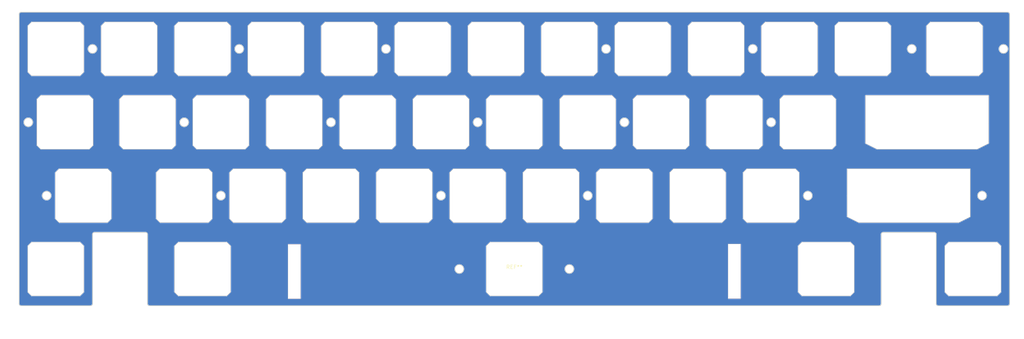
<source format=kicad_pcb>
(kicad_pcb (version 20221018) (generator pcbnew)
  (layers (0 "F.Cu" signal) (31 "B.Cu" signal) (34 "B.Paste" user) (35 "F.Paste" user) (36 "B.SilkS" user "B.Silkscreen") (37 "F.SilkS" user "F.Silkscreen") (38 "B.Mask" user) (39 "F.Mask" user) (44 "Edge.Cuts" user))
  (net 0 "")
  (net 1 "GND")
  (footprint "cipulot_parts:ecs_plate_cut_1U" (layer "F.Cu") (at 26.9875 91.28125)
    (fp_text reference "REF**")
    (fp_text value "Value " hide)
    (fp_line (start -7.3 -6) (end -7.3 6) (stroke (width 0.12)) (layer "Edge.Cuts"))
    (fp_line (start -7.3 6) (end -6.3 7) (stroke (width 0.12)) (layer "Edge.Cuts"))
    (fp_line (start -6.3 -7) (end -7.3 -6) (stroke (width 0.12)) (layer "Edge.Cuts"))
    (fp_line (start -6.3 7) (end 6.3 7) (stroke (width 0.12)) (layer "Edge.Cuts"))
    (fp_line (start 6.3 -7) (end -6.3 -7) (stroke (width 0.12)) (layer "Edge.Cuts"))
    (fp_line (start 6.3 -7) (end 7.3 -6) (stroke (width 0.12)) (layer "Edge.Cuts"))
    (fp_line (start 6.3 7) (end 7.3 6) (stroke (width 0.12)) (layer "Edge.Cuts"))
    (fp_line (start 7.3 6) (end 7.3 -6) (stroke (width 0.12)) (layer "Edge.Cuts"))
  )
  (footprint "cipulot_parts:ecs_plate_cut_1U" (layer "F.Cu") (at 136.525 72.23125)
    (fp_text reference "REF**")
    (fp_text value "Value " hide)
    (fp_line (start -7.3 -6) (end -7.3 6) (stroke (width 0.12)) (layer "Edge.Cuts"))
    (fp_line (start -7.3 6) (end -6.3 7) (stroke (width 0.12)) (layer "Edge.Cuts"))
    (fp_line (start -6.3 -7) (end -7.3 -6) (stroke (width 0.12)) (layer "Edge.Cuts"))
    (fp_line (start -6.3 7) (end 6.3 7) (stroke (width 0.12)) (layer "Edge.Cuts"))
    (fp_line (start 6.3 -7) (end -6.3 -7) (stroke (width 0.12)) (layer "Edge.Cuts"))
    (fp_line (start 6.3 -7) (end 7.3 -6) (stroke (width 0.12)) (layer "Edge.Cuts"))
    (fp_line (start 6.3 7) (end 7.3 6) (stroke (width 0.12)) (layer "Edge.Cuts"))
    (fp_line (start 7.3 6) (end 7.3 -6) (stroke (width 0.12)) (layer "Edge.Cuts"))
  )
  (footprint "cipulot_parts:ecs_plate_cut_1U" (layer "F.Cu") (at 146.05 53.18125)
    (fp_text reference "REF**")
    (fp_text value "Value " hide)
    (fp_line (start -7.3 -6) (end -7.3 6) (stroke (width 0.12)) (layer "Edge.Cuts"))
    (fp_line (start -7.3 6) (end -6.3 7) (stroke (width 0.12)) (layer "Edge.Cuts"))
    (fp_line (start -6.3 -7) (end -7.3 -6) (stroke (width 0.12)) (layer "Edge.Cuts"))
    (fp_line (start -6.3 7) (end 6.3 7) (stroke (width 0.12)) (layer "Edge.Cuts"))
    (fp_line (start 6.3 -7) (end -6.3 -7) (stroke (width 0.12)) (layer "Edge.Cuts"))
    (fp_line (start 6.3 -7) (end 7.3 -6) (stroke (width 0.12)) (layer "Edge.Cuts"))
    (fp_line (start 6.3 7) (end 7.3 6) (stroke (width 0.12)) (layer "Edge.Cuts"))
    (fp_line (start 7.3 6) (end 7.3 -6) (stroke (width 0.12)) (layer "Edge.Cuts"))
  )
  (footprint "cipulot_parts:ecs_plate_cut_1U" (layer "F.Cu") (at 46.0375 34.13125)
    (fp_text reference "REF**")
    (fp_text value "Value " hide)
    (fp_line (start -7.3 -6) (end -7.3 6) (stroke (width 0.12)) (layer "Edge.Cuts"))
    (fp_line (start -7.3 6) (end -6.3 7) (stroke (width 0.12)) (layer "Edge.Cuts"))
    (fp_line (start -6.3 -7) (end -7.3 -6) (stroke (width 0.12)) (layer "Edge.Cuts"))
    (fp_line (start -6.3 7) (end 6.3 7) (stroke (width 0.12)) (layer "Edge.Cuts"))
    (fp_line (start 6.3 -7) (end -6.3 -7) (stroke (width 0.12)) (layer "Edge.Cuts"))
    (fp_line (start 6.3 -7) (end 7.3 -6) (stroke (width 0.12)) (layer "Edge.Cuts"))
    (fp_line (start 6.3 7) (end 7.3 6) (stroke (width 0.12)) (layer "Edge.Cuts"))
    (fp_line (start 7.3 6) (end 7.3 -6) (stroke (width 0.12)) (layer "Edge.Cuts"))
  )
  (footprint "cipulot_parts:ecs_plate_cut_1U" (layer "F.Cu") (at 146.05 91.28125)
    (fp_text reference "REF**")
    (fp_text value "Value " hide)
    (fp_line (start -7.3 -6) (end -7.3 6) (stroke (width 0.12)) (layer "Edge.Cuts"))
    (fp_line (start -7.3 6) (end -6.3 7) (stroke (width 0.12)) (layer "Edge.Cuts"))
    (fp_line (start -6.3 -7) (end -7.3 -6) (stroke (width 0.12)) (layer "Edge.Cuts"))
    (fp_line (start -6.3 7) (end 6.3 7) (stroke (width 0.12)) (layer "Edge.Cuts"))
    (fp_line (start 6.3 -7) (end -6.3 -7) (stroke (width 0.12)) (layer "Edge.Cuts"))
    (fp_line (start 6.3 -7) (end 7.3 -6) (stroke (width 0.12)) (layer "Edge.Cuts"))
    (fp_line (start 6.3 7) (end 7.3 6) (stroke (width 0.12)) (layer "Edge.Cuts"))
    (fp_line (start 7.3 6) (end 7.3 -6) (stroke (width 0.12)) (layer "Edge.Cuts"))
  )
  (footprint "cipulot_parts:ecs_plate_cut_1U" (layer "F.Cu") (at 79.375 72.23125)
    (fp_text reference "REF**")
    (fp_text value "Value " hide)
    (fp_line (start -7.3 -6) (end -7.3 6) (stroke (width 0.12)) (layer "Edge.Cuts"))
    (fp_line (start -7.3 6) (end -6.3 7) (stroke (width 0.12)) (layer "Edge.Cuts"))
    (fp_line (start -6.3 -7) (end -7.3 -6) (stroke (width 0.12)) (layer "Edge.Cuts"))
    (fp_line (start -6.3 7) (end 6.3 7) (stroke (width 0.12)) (layer "Edge.Cuts"))
    (fp_line (start 6.3 -7) (end -6.3 -7) (stroke (width 0.12)) (layer "Edge.Cuts"))
    (fp_line (start 6.3 -7) (end 7.3 -6) (stroke (width 0.12)) (layer "Edge.Cuts"))
    (fp_line (start 6.3 7) (end 7.3 6) (stroke (width 0.12)) (layer "Edge.Cuts"))
    (fp_line (start 7.3 6) (end 7.3 -6) (stroke (width 0.12)) (layer "Edge.Cuts"))
  )
  (footprint "cipulot_parts:ecs_plate_cut_1U" (layer "F.Cu") (at 88.9 53.18125)
    (fp_text reference "REF**")
    (fp_text value "Value " hide)
    (fp_line (start -7.3 -6) (end -7.3 6) (stroke (width 0.12)) (layer "Edge.Cuts"))
    (fp_line (start -7.3 6) (end -6.3 7) (stroke (width 0.12)) (layer "Edge.Cuts"))
    (fp_line (start -6.3 -7) (end -7.3 -6) (stroke (width 0.12)) (layer "Edge.Cuts"))
    (fp_line (start -6.3 7) (end 6.3 7) (stroke (width 0.12)) (layer "Edge.Cuts"))
    (fp_line (start 6.3 -7) (end -6.3 -7) (stroke (width 0.12)) (layer "Edge.Cuts"))
    (fp_line (start 6.3 -7) (end 7.3 -6) (stroke (width 0.12)) (layer "Edge.Cuts"))
    (fp_line (start 6.3 7) (end 7.3 6) (stroke (width 0.12)) (layer "Edge.Cuts"))
    (fp_line (start 7.3 6) (end 7.3 -6) (stroke (width 0.12)) (layer "Edge.Cuts"))
  )
  (footprint "cipulot_parts:ecs_plate_cut_1U" (layer "F.Cu") (at 260.35 34.13125)
    (fp_text reference "REF**")
    (fp_text value "Value " hide)
    (fp_line (start -7.3 -6) (end -7.3 6) (stroke (width 0.12)) (layer "Edge.Cuts"))
    (fp_line (start -7.3 6) (end -6.3 7) (stroke (width 0.12)) (layer "Edge.Cuts"))
    (fp_line (start -6.3 -7) (end -7.3 -6) (stroke (width 0.12)) (layer "Edge.Cuts"))
    (fp_line (start -6.3 7) (end 6.3 7) (stroke (width 0.12)) (layer "Edge.Cuts"))
    (fp_line (start 6.3 -7) (end -6.3 -7) (stroke (width 0.12)) (layer "Edge.Cuts"))
    (fp_line (start 6.3 -7) (end 7.3 -6) (stroke (width 0.12)) (layer "Edge.Cuts"))
    (fp_line (start 6.3 7) (end 7.3 6) (stroke (width 0.12)) (layer "Edge.Cuts"))
    (fp_line (start 7.3 6) (end 7.3 -6) (stroke (width 0.12)) (layer "Edge.Cuts"))
  )
  (footprint "cipulot_parts:ecs_plate_cut_1U" (layer "F.Cu") (at 127 53.18125)
    (fp_text reference "REF**")
    (fp_text value "Value " hide)
    (fp_line (start -7.3 -6) (end -7.3 6) (stroke (width 0.12)) (layer "Edge.Cuts"))
    (fp_line (start -7.3 6) (end -6.3 7) (stroke (width 0.12)) (layer "Edge.Cuts"))
    (fp_line (start -6.3 -7) (end -7.3 -6) (stroke (width 0.12)) (layer "Edge.Cuts"))
    (fp_line (start -6.3 7) (end 6.3 7) (stroke (width 0.12)) (layer "Edge.Cuts"))
    (fp_line (start 6.3 -7) (end -6.3 -7) (stroke (width 0.12)) (layer "Edge.Cuts"))
    (fp_line (start 6.3 -7) (end 7.3 -6) (stroke (width 0.12)) (layer "Edge.Cuts"))
    (fp_line (start 6.3 7) (end 7.3 6) (stroke (width 0.12)) (layer "Edge.Cuts"))
    (fp_line (start 7.3 6) (end 7.3 -6) (stroke (width 0.12)) (layer "Edge.Cuts"))
  )
  (footprint "cipulot_parts:ecs_plate_cut_1U" (layer "F.Cu") (at 198.4375 34.13125)
    (fp_text reference "REF**")
    (fp_text value "Value " hide)
    (fp_line (start -7.3 -6) (end -7.3 6) (stroke (width 0.12)) (layer "Edge.Cuts"))
    (fp_line (start -7.3 6) (end -6.3 7) (stroke (width 0.12)) (layer "Edge.Cuts"))
    (fp_line (start -6.3 -7) (end -7.3 -6) (stroke (width 0.12)) (layer "Edge.Cuts"))
    (fp_line (start -6.3 7) (end 6.3 7) (stroke (width 0.12)) (layer "Edge.Cuts"))
    (fp_line (start 6.3 -7) (end -6.3 -7) (stroke (width 0.12)) (layer "Edge.Cuts"))
    (fp_line (start 6.3 -7) (end 7.3 -6) (stroke (width 0.12)) (layer "Edge.Cuts"))
    (fp_line (start 6.3 7) (end 7.3 6) (stroke (width 0.12)) (layer "Edge.Cuts"))
    (fp_line (start 7.3 6) (end 7.3 -6) (stroke (width 0.12)) (layer "Edge.Cuts"))
  )
  (footprint "cipulot_parts:ecs_plate_cut_1U" (layer "F.Cu") (at 203.2 53.18125)
    (fp_text reference "REF**")
    (fp_text value "Value " hide)
    (fp_line (start -7.3 -6) (end -7.3 6) (stroke (width 0.12)) (layer "Edge.Cuts"))
    (fp_line (start -7.3 6) (end -6.3 7) (stroke (width 0.12)) (layer "Edge.Cuts"))
    (fp_line (start -6.3 -7) (end -7.3 -6) (stroke (width 0.12)) (layer "Edge.Cuts"))
    (fp_line (start -6.3 7) (end 6.3 7) (stroke (width 0.12)) (layer "Edge.Cuts"))
    (fp_line (start 6.3 -7) (end -6.3 -7) (stroke (width 0.12)) (layer "Edge.Cuts"))
    (fp_line (start 6.3 -7) (end 7.3 -6) (stroke (width 0.12)) (layer "Edge.Cuts"))
    (fp_line (start 6.3 7) (end 7.3 6) (stroke (width 0.12)) (layer "Edge.Cuts"))
    (fp_line (start 7.3 6) (end 7.3 -6) (stroke (width 0.12)) (layer "Edge.Cuts"))
  )
  (footprint "cipulot_parts:ecs_plate_cut_1U" (layer "F.Cu") (at 165.1 53.18125)
    (fp_text reference "REF**")
    (fp_text value "Value " hide)
    (fp_line (start -7.3 -6) (end -7.3 6) (stroke (width 0.12)) (layer "Edge.Cuts"))
    (fp_line (start -7.3 6) (end -6.3 7) (stroke (width 0.12)) (layer "Edge.Cuts"))
    (fp_line (start -6.3 -7) (end -7.3 -6) (stroke (width 0.12)) (layer "Edge.Cuts"))
    (fp_line (start -6.3 7) (end 6.3 7) (stroke (width 0.12)) (layer "Edge.Cuts"))
    (fp_line (start 6.3 -7) (end -6.3 -7) (stroke (width 0.12)) (layer "Edge.Cuts"))
    (fp_line (start 6.3 -7) (end 7.3 -6) (stroke (width 0.12)) (layer "Edge.Cuts"))
    (fp_line (start 6.3 7) (end 7.3 6) (stroke (width 0.12)) (layer "Edge.Cuts"))
    (fp_line (start 7.3 6) (end 7.3 -6) (stroke (width 0.12)) (layer "Edge.Cuts"))
  )
  (footprint "cipulot_parts:ecs_plate_cut_1U" (layer "F.Cu") (at 217.4875 34.13125)
    (fp_text reference "REF**")
    (fp_text value "Value " hide)
    (fp_line (start -7.3 -6) (end -7.3 6) (stroke (width 0.12)) (layer "Edge.Cuts"))
    (fp_line (start -7.3 6) (end -6.3 7) (stroke (width 0.12)) (layer "Edge.Cuts"))
    (fp_line (start -6.3 -7) (end -7.3 -6) (stroke (width 0.12)) (layer "Edge.Cuts"))
    (fp_line (start -6.3 7) (end 6.3 7) (stroke (width 0.12)) (layer "Edge.Cuts"))
    (fp_line (start 6.3 -7) (end -6.3 -7) (stroke (width 0.12)) (layer "Edge.Cuts"))
    (fp_line (start 6.3 -7) (end 7.3 -6) (stroke (width 0.12)) (layer "Edge.Cuts"))
    (fp_line (start 6.3 7) (end 7.3 6) (stroke (width 0.12)) (layer "Edge.Cuts"))
    (fp_line (start 7.3 6) (end 7.3 -6) (stroke (width 0.12)) (layer "Edge.Cuts"))
  )
  (footprint "cipulot_parts:ecs_plate_cut_1U" (layer "F.Cu") (at 117.475 72.23125)
    (fp_text reference "REF**")
    (fp_text value "Value " hide)
    (fp_line (start -7.3 -6) (end -7.3 6) (stroke (width 0.12)) (layer "Edge.Cuts"))
    (fp_line (start -7.3 6) (end -6.3 7) (stroke (width 0.12)) (layer "Edge.Cuts"))
    (fp_line (start -6.3 -7) (end -7.3 -6) (stroke (width 0.12)) (layer "Edge.Cuts"))
    (fp_line (start -6.3 7) (end 6.3 7) (stroke (width 0.12)) (layer "Edge.Cuts"))
    (fp_line (start 6.3 -7) (end -6.3 -7) (stroke (width 0.12)) (layer "Edge.Cuts"))
    (fp_line (start 6.3 -7) (end 7.3 -6) (stroke (width 0.12)) (layer "Edge.Cuts"))
    (fp_line (start 6.3 7) (end 7.3 6) (stroke (width 0.12)) (layer "Edge.Cuts"))
    (fp_line (start 7.3 6) (end 7.3 -6) (stroke (width 0.12)) (layer "Edge.Cuts"))
  )
  (footprint "cipulot_parts:ecs_plate_cut_1U" (layer "F.Cu") (at 84.137501 34.13125)
    (fp_text reference "REF**")
    (fp_text value "Value " hide)
    (fp_line (start -7.3 -6) (end -7.3 6) (stroke (width 0.12)) (layer "Edge.Cuts"))
    (fp_line (start -7.3 6) (end -6.3 7) (stroke (width 0.12)) (layer "Edge.Cuts"))
    (fp_line (start -6.3 -7) (end -7.3 -6) (stroke (width 0.12)) (layer "Edge.Cuts"))
    (fp_line (start -6.3 7) (end 6.3 7) (stroke (width 0.12)) (layer "Edge.Cuts"))
    (fp_line (start 6.3 -7) (end -6.3 -7) (stroke (width 0.12)) (layer "Edge.Cuts"))
    (fp_line (start 6.3 -7) (end 7.3 -6) (stroke (width 0.12)) (layer "Edge.Cuts"))
    (fp_line (start 6.3 7) (end 7.3 6) (stroke (width 0.12)) (layer "Edge.Cuts"))
    (fp_line (start 7.3 6) (end 7.3 -6) (stroke (width 0.12)) (layer "Edge.Cuts"))
  )
  (footprint "cipulot_parts:ecs_plate_cut_1U" (layer "F.Cu") (at 34.13125 72.23125)
    (fp_text reference "REF**")
    (fp_text value "Value " hide)
    (fp_line (start -7.3 -6) (end -7.3 6) (stroke (width 0.12)) (layer "Edge.Cuts"))
    (fp_line (start -7.3 6) (end -6.3 7) (stroke (width 0.12)) (layer "Edge.Cuts"))
    (fp_line (start -6.3 -7) (end -7.3 -6) (stroke (width 0.12)) (layer "Edge.Cuts"))
    (fp_line (start -6.3 7) (end 6.3 7) (stroke (width 0.12)) (layer "Edge.Cuts"))
    (fp_line (start 6.3 -7) (end -6.3 -7) (stroke (width 0.12)) (layer "Edge.Cuts"))
    (fp_line (start 6.3 -7) (end 7.3 -6) (stroke (width 0.12)) (layer "Edge.Cuts"))
    (fp_line (start 6.3 7) (end 7.3 6) (stroke (width 0.12)) (layer "Edge.Cuts"))
    (fp_line (start 7.3 6) (end 7.3 -6) (stroke (width 0.12)) (layer "Edge.Cuts"))
  )
  (footprint "cipulot_parts:ecs_plate_cut_1U" (layer "F.Cu") (at 155.575 72.23125)
    (fp_text reference "REF**")
    (fp_text value "Value " hide)
    (fp_line (start -7.3 -6) (end -7.3 6) (stroke (width 0.12)) (layer "Edge.Cuts"))
    (fp_line (start -7.3 6) (end -6.3 7) (stroke (width 0.12)) (layer "Edge.Cuts"))
    (fp_line (start -6.3 -7) (end -7.3 -6) (stroke (width 0.12)) (layer "Edge.Cuts"))
    (fp_line (start -6.3 7) (end 6.3 7) (stroke (width 0.12)) (layer "Edge.Cuts"))
    (fp_line (start 6.3 -7) (end -6.3 -7) (stroke (width 0.12)) (layer "Edge.Cuts"))
    (fp_line (start 6.3 -7) (end 7.3 -6) (stroke (width 0.12)) (layer "Edge.Cuts"))
    (fp_line (start 6.3 7) (end 7.3 6) (stroke (width 0.12)) (layer "Edge.Cuts"))
    (fp_line (start 7.3 6) (end 7.3 -6) (stroke (width 0.12)) (layer "Edge.Cuts"))
  )
  (footprint "cipulot_parts:ecs_plate_cut_1U" (layer "F.Cu") (at 60.325 72.23125)
    (fp_text reference "REF**")
    (fp_text value "Value " hide)
    (fp_line (start -7.3 -6) (end -7.3 6) (stroke (width 0.12)) (layer "Edge.Cuts"))
    (fp_line (start -7.3 6) (end -6.3 7) (stroke (width 0.12)) (layer "Edge.Cuts"))
    (fp_line (start -6.3 -7) (end -7.3 -6) (stroke (width 0.12)) (layer "Edge.Cuts"))
    (fp_line (start -6.3 7) (end 6.3 7) (stroke (width 0.12)) (layer "Edge.Cuts"))
    (fp_line (start 6.3 -7) (end -6.3 -7) (stroke (width 0.12)) (layer "Edge.Cuts"))
    (fp_line (start 6.3 -7) (end 7.3 -6) (stroke (width 0.12)) (layer "Edge.Cuts"))
    (fp_line (start 6.3 7) (end 7.3 6) (stroke (width 0.12)) (layer "Edge.Cuts"))
    (fp_line (start 7.3 6) (end 7.3 -6) (stroke (width 0.12)) (layer "Edge.Cuts"))
  )
  (footprint "cipulot_parts:ecs_plate_cut_1U" (layer "F.Cu") (at 50.8 53.18125)
    (fp_text reference "REF**")
    (fp_text value "Value " hide)
    (fp_line (start -7.3 -6) (end -7.3 6) (stroke (width 0.12)) (layer "Edge.Cuts"))
    (fp_line (start -7.3 6) (end -6.3 7) (stroke (width 0.12)) (layer "Edge.Cuts"))
    (fp_line (start -6.3 -7) (end -7.3 -6) (stroke (width 0.12)) (layer "Edge.Cuts"))
    (fp_line (start -6.3 7) (end 6.3 7) (stroke (width 0.12)) (layer "Edge.Cuts"))
    (fp_line (start 6.3 -7) (end -6.3 -7) (stroke (width 0.12)) (layer "Edge.Cuts"))
    (fp_line (start 6.3 -7) (end 7.3 -6) (stroke (width 0.12)) (layer "Edge.Cuts"))
    (fp_line (start 6.3 7) (end 7.3 6) (stroke (width 0.12)) (layer "Edge.Cuts"))
    (fp_line (start 7.3 6) (end 7.3 -6) (stroke (width 0.12)) (layer "Edge.Cuts"))
  )
  (footprint "cipulot_parts:ecs_plate_cut_1U" (layer "F.Cu") (at 107.95 53.18125)
    (fp_text reference "REF**")
    (fp_text value "Value " hide)
    (fp_line (start -7.3 -6) (end -7.3 6) (stroke (width 0.12)) (layer "Edge.Cuts"))
    (fp_line (start -7.3 6) (end -6.3 7) (stroke (width 0.12)) (layer "Edge.Cuts"))
    (fp_line (start -6.3 -7) (end -7.3 -6) (stroke (width 0.12)) (layer "Edge.Cuts"))
    (fp_line (start -6.3 7) (end 6.3 7) (stroke (width 0.12)) (layer "Edge.Cuts"))
    (fp_line (start 6.3 -7) (end -6.3 -7) (stroke (width 0.12)) (layer "Edge.Cuts"))
    (fp_line (start 6.3 -7) (end 7.3 -6) (stroke (width 0.12)) (layer "Edge.Cuts"))
    (fp_line (start 6.3 7) (end 7.3 6) (stroke (width 0.12)) (layer "Edge.Cuts"))
    (fp_line (start 7.3 6) (end 7.3 -6) (stroke (width 0.12)) (layer "Edge.Cuts"))
  )
  (footprint "cipulot_parts:ecs_plate_cut_1U" (layer "F.Cu") (at 65.0875 34.13125)
    (fp_text reference "REF**")
    (fp_text value "Value " hide)
    (fp_line (start -7.3 -6) (end -7.3 6) (stroke (width 0.12)) (layer "Edge.Cuts"))
    (fp_line (start -7.3 6) (end -6.3 7) (stroke (width 0.12)) (layer "Edge.Cuts"))
    (fp_line (start -6.3 -7) (end -7.3 -6) (stroke (width 0.12)) (layer "Edge.Cuts"))
    (fp_line (start -6.3 7) (end 6.3 7) (stroke (width 0.12)) (layer "Edge.Cuts"))
    (fp_line (start 6.3 -7) (end -6.3 -7) (stroke (width 0.12)) (layer "Edge.Cuts"))
    (fp_line (start 6.3 -7) (end 7.3 -6) (stroke (width 0.12)) (layer "Edge.Cuts"))
    (fp_line (start 6.3 7) (end 7.3 6) (stroke (width 0.12)) (layer "Edge.Cuts"))
    (fp_line (start 7.3 6) (end 7.3 -6) (stroke (width 0.12)) (layer "Edge.Cuts"))
  )
  (footprint "cipulot_parts:ecs_plate_cut_1U" (layer "F.Cu") (at 141.2875 34.13125)
    (fp_text reference "REF**")
    (fp_text value "Value " hide)
    (fp_line (start -7.3 -6) (end -7.3 6) (stroke (width 0.12)) (layer "Edge.Cuts"))
    (fp_line (start -7.3 6) (end -6.3 7) (stroke (width 0.12)) (layer "Edge.Cuts"))
    (fp_line (start -6.3 -7) (end -7.3 -6) (stroke (width 0.12)) (layer "Edge.Cuts"))
    (fp_line (start -6.3 7) (end 6.3 7) (stroke (width 0.12)) (layer "Edge.Cuts"))
    (fp_line (start 6.3 -7) (end -6.3 -7) (stroke (width 0.12)) (layer "Edge.Cuts"))
    (fp_line (start 6.3 -7) (end 7.3 -6) (stroke (width 0.12)) (layer "Edge.Cuts"))
    (fp_line (start 6.3 7) (end 7.3 6) (stroke (width 0.12)) (layer "Edge.Cuts"))
    (fp_line (start 7.3 6) (end 7.3 -6) (stroke (width 0.12)) (layer "Edge.Cuts"))
  )
  (footprint "cipulot_parts:ecs_plate_cut_1U" (layer "F.Cu") (at 29.36875 53.18125)
    (fp_text reference "REF**")
    (fp_text value "Value " hide)
    (fp_line (start -7.3 -6) (end -7.3 6) (stroke (width 0.12)) (layer "Edge.Cuts"))
    (fp_line (start -7.3 6) (end -6.3 7) (stroke (width 0.12)) (layer "Edge.Cuts"))
    (fp_line (start -6.3 -7) (end -7.3 -6) (stroke (width 0.12)) (layer "Edge.Cuts"))
    (fp_line (start -6.3 7) (end 6.3 7) (stroke (width 0.12)) (layer "Edge.Cuts"))
    (fp_line (start 6.3 -7) (end -6.3 -7) (stroke (width 0.12)) (layer "Edge.Cuts"))
    (fp_line (start 6.3 -7) (end 7.3 -6) (stroke (width 0.12)) (layer "Edge.Cuts"))
    (fp_line (start 6.3 7) (end 7.3 6) (stroke (width 0.12)) (layer "Edge.Cuts"))
    (fp_line (start 7.3 6) (end 7.3 -6) (stroke (width 0.12)) (layer "Edge.Cuts"))
  )
  (footprint "cipulot_parts:ecs_plate_cut_1U" (layer "F.Cu") (at 160.3375 34.13125)
    (fp_text reference "REF**")
    (fp_text value "Value " hide)
    (fp_line (start -7.3 -6) (end -7.3 6) (stroke (width 0.12)) (layer "Edge.Cuts"))
    (fp_line (start -7.3 6) (end -6.3 7) (stroke (width 0.12)) (layer "Edge.Cuts"))
    (fp_line (start -6.3 -7) (end -7.3 -6) (stroke (width 0.12)) (layer "Edge.Cuts"))
    (fp_line (start -6.3 7) (end 6.3 7) (stroke (width 0.12)) (layer "Edge.Cuts"))
    (fp_line (start 6.3 -7) (end -6.3 -7) (stroke (width 0.12)) (layer "Edge.Cuts"))
    (fp_line (start 6.3 -7) (end 7.3 -6) (stroke (width 0.12)) (layer "Edge.Cuts"))
    (fp_line (start 6.3 7) (end 7.3 6) (stroke (width 0.12)) (layer "Edge.Cuts"))
    (fp_line (start 7.3 6) (end 7.3 -6) (stroke (width 0.12)) (layer "Edge.Cuts"))
  )
  (footprint "cipulot_parts:ecs_plate_cut_1U" (layer "F.Cu") (at 122.2375 34.13125)
    (fp_text reference "REF**")
    (fp_text value "Value " hide)
    (fp_line (start -7.3 -6) (end -7.3 6) (stroke (width 0.12)) (layer "Edge.Cuts"))
    (fp_line (start -7.3 6) (end -6.3 7) (stroke (width 0.12)) (layer "Edge.Cuts"))
    (fp_line (start -6.3 -7) (end -7.3 -6) (stroke (width 0.12)) (layer "Edge.Cuts"))
    (fp_line (start -6.3 7) (end 6.3 7) (stroke (width 0.12)) (layer "Edge.Cuts"))
    (fp_line (start 6.3 -7) (end -6.3 -7) (stroke (width 0.12)) (layer "Edge.Cuts"))
    (fp_line (start 6.3 -7) (end 7.3 -6) (stroke (width 0.12)) (layer "Edge.Cuts"))
    (fp_line (start 6.3 7) (end 7.3 6) (stroke (width 0.12)) (layer "Edge.Cuts"))
    (fp_line (start 7.3 6) (end 7.3 -6) (stroke (width 0.12)) (layer "Edge.Cuts"))
  )
  (footprint "cipulot_parts:ecs_plate_cut_1U" (layer "F.Cu") (at 212.725 72.23125)
    (fp_text reference "REF**")
    (fp_text value "Value " hide)
    (fp_line (start -7.3 -6) (end -7.3 6) (stroke (width 0.12)) (layer "Edge.Cuts"))
    (fp_line (start -7.3 6) (end -6.3 7) (stroke (width 0.12)) (layer "Edge.Cuts"))
    (fp_line (start -6.3 -7) (end -7.3 -6) (stroke (width 0.12)) (layer "Edge.Cuts"))
    (fp_line (start -6.3 7) (end 6.3 7) (stroke (width 0.12)) (layer "Edge.Cuts"))
    (fp_line (start 6.3 -7) (end -6.3 -7) (stroke (width 0.12)) (layer "Edge.Cuts"))
    (fp_line (start 6.3 -7) (end 7.3 -6) (stroke (width 0.12)) (layer "Edge.Cuts"))
    (fp_line (start 6.3 7) (end 7.3 6) (stroke (width 0.12)) (layer "Edge.Cuts"))
    (fp_line (start 7.3 6) (end 7.3 -6) (stroke (width 0.12)) (layer "Edge.Cuts"))
  )
  (footprint "cipulot_parts:ecs_plate_cut_1U" (layer "F.Cu") (at 69.85 53.18125)
    (fp_text reference "REF**")
    (fp_text value "Value " hide)
    (fp_line (start -7.3 -6) (end -7.3 6) (stroke (width 0.12)) (layer "Edge.Cuts"))
    (fp_line (start -7.3 6) (end -6.3 7) (stroke (width 0.12)) (layer "Edge.Cuts"))
    (fp_line (start -6.3 -7) (end -7.3 -6) (stroke (width 0.12)) (layer "Edge.Cuts"))
    (fp_line (start -6.3 7) (end 6.3 7) (stroke (width 0.12)) (layer "Edge.Cuts"))
    (fp_line (start 6.3 -7) (end -6.3 -7) (stroke (width 0.12)) (layer "Edge.Cuts"))
    (fp_line (start 6.3 -7) (end 7.3 -6) (stroke (width 0.12)) (layer "Edge.Cuts"))
    (fp_line (start 6.3 7) (end 7.3 6) (stroke (width 0.12)) (layer "Edge.Cuts"))
    (fp_line (start 7.3 6) (end 7.3 -6) (stroke (width 0.12)) (layer "Edge.Cuts"))
  )
  (footprint "cipulot_parts:ecs_plate_cut_1U" (layer "F.Cu") (at 227.0125 91.28125)
    (fp_text reference "REF**")
    (fp_text value "Value " hide)
    (fp_line (start -7.3 -6) (end -7.3 6) (stroke (width 0.12)) (layer "Edge.Cuts"))
    (fp_line (start -7.3 6) (end -6.3 7) (stroke (width 0.12)) (layer "Edge.Cuts"))
    (fp_line (start -6.3 -7) (end -7.3 -6) (stroke (width 0.12)) (layer "Edge.Cuts"))
    (fp_line (start -6.3 7) (end 6.3 7) (stroke (width 0.12)) (layer "Edge.Cuts"))
    (fp_line (start 6.3 -7) (end -6.3 -7) (stroke (width 0.12)) (layer "Edge.Cuts"))
    (fp_line (start 6.3 -7) (end 7.3 -6) (stroke (width 0.12)) (layer "Edge.Cuts"))
    (fp_line (start 6.3 7) (end 7.3 6) (stroke (width 0.12)) (layer "Edge.Cuts"))
    (fp_line (start 7.3 6) (end 7.3 -6) (stroke (width 0.12)) (layer "Edge.Cuts"))
  )
  (footprint "cipulot_parts:ecs_plate_cut_2U" (layer "F.Cu") (at 248.44375 72.23125)
    (fp_text reference "REF**")
    (fp_text value "Value " hide)
    (fp_line (start -16 -7) (end 16 -7) (stroke (width 0.12)) (layer "Edge.Cuts"))
    (fp_line (start -16 0) (end -16 -7) (stroke (width 0.12)) (layer "Edge.Cuts"))
    (fp_line (start -16 0) (end -16 5.5) (stroke (width 0.12)) (layer "Edge.Cuts"))
    (fp_line (start -16 5.5) (end -13 7) (stroke (width 0.12)) (layer "Edge.Cuts"))
    (fp_line (start 13 7) (end -13 7) (stroke (width 0.12)) (layer "Edge.Cuts"))
    (fp_line (start 16 -7) (end 16 0) (stroke (width 0.12)) (layer "Edge.Cuts"))
    (fp_line (start 16 0) (end 16 5.5) (stroke (width 0.12)) (layer "Edge.Cuts"))
    (fp_line (start 16 5.5) (end 13 7) (stroke (width 0.12)) (layer "Edge.Cuts"))
  )
  (footprint "cipulot_parts:ecs_plate_cut_1U" (layer "F.Cu") (at 174.625 72.23125)
    (fp_text reference "REF**")
    (fp_text value "Value " hide)
    (fp_line (start -7.3 -6) (end -7.3 6) (stroke (width 0.12)) (layer "Edge.Cuts"))
    (fp_line (start -7.3 6) (end -6.3 7) (stroke (width 0.12)) (layer "Edge.Cuts"))
    (fp_line (start -6.3 -7) (end -7.3 -6) (stroke (width 0.12)) (layer "Edge.Cuts"))
    (fp_line (start -6.3 7) (end 6.3 7) (stroke (width 0.12)) (layer "Edge.Cuts"))
    (fp_line (start 6.3 -7) (end -6.3 -7) (stroke (width 0.12)) (layer "Edge.Cuts"))
    (fp_line (start 6.3 -7) (end 7.3 -6) (stroke (width 0.12)) (layer "Edge.Cuts"))
    (fp_line (start 6.3 7) (end 7.3 6) (stroke (width 0.12)) (layer "Edge.Cuts"))
    (fp_line (start 7.3 6) (end 7.3 -6) (stroke (width 0.12)) (layer "Edge.Cuts"))
  )
  (footprint "cipulot_parts:ecs_plate_cut_1U" (layer "F.Cu") (at 98.425 72.23125)
    (fp_text reference "REF**")
    (fp_text value "Value " hide)
    (fp_line (start -7.3 -6) (end -7.3 6) (stroke (width 0.12)) (layer "Edge.Cuts"))
    (fp_line (start -7.3 6) (end -6.3 7) (stroke (width 0.12)) (layer "Edge.Cuts"))
    (fp_line (start -6.3 -7) (end -7.3 -6) (stroke (width 0.12)) (layer "Edge.Cuts"))
    (fp_line (start -6.3 7) (end 6.3 7) (stroke (width 0.12)) (layer "Edge.Cuts"))
    (fp_line (start 6.3 -7) (end -6.3 -7) (stroke (width 0.12)) (layer "Edge.Cuts"))
    (fp_line (start 6.3 -7) (end 7.3 -6) (stroke (width 0.12)) (layer "Edge.Cuts"))
    (fp_line (start 6.3 7) (end 7.3 6) (stroke (width 0.12)) (layer "Edge.Cuts"))
    (fp_line (start 7.3 6) (end 7.3 -6) (stroke (width 0.12)) (layer "Edge.Cuts"))
  )
  (footprint "cipulot_parts:ecs_plate_cut_1U" (layer "F.Cu") (at 222.25 53.18125)
    (fp_text reference "REF**")
    (fp_text value "Value " hide)
    (fp_line (start -7.3 -6) (end -7.3 6) (stroke (width 0.12)) (layer "Edge.Cuts"))
    (fp_line (start -7.3 6) (end -6.3 7) (stroke (width 0.12)) (layer "Edge.Cuts"))
    (fp_line (start -6.3 -7) (end -7.3 -6) (stroke (width 0.12)) (layer "Edge.Cuts"))
    (fp_line (start -6.3 7) (end 6.3 7) (stroke (width 0.12)) (layer "Edge.Cuts"))
    (fp_line (start 6.3 -7) (end -6.3 -7) (stroke (width 0.12)) (layer "Edge.Cuts"))
    (fp_line (start 6.3 -7) (end 7.3 -6) (stroke (width 0.12)) (layer "Edge.Cuts"))
    (fp_line (start 6.3 7) (end 7.3 6) (stroke (width 0.12)) (layer "Edge.Cuts"))
    (fp_line (start 7.3 6) (end 7.3 -6) (stroke (width 0.12)) (layer "Edge.Cuts"))
  )
  (footprint "cipulot_parts:ecs_plate_cut_1U" (layer "F.Cu") (at 236.5375 34.13125)
    (fp_text reference "REF**")
    (fp_text value "Value " hide)
    (fp_line (start -7.3 -6) (end -7.3 6) (stroke (width 0.12)) (layer "Edge.Cuts"))
    (fp_line (start -7.3 6) (end -6.3 7) (stroke (width 0.12)) (layer "Edge.Cuts"))
    (fp_line (start -6.3 -7) (end -7.3 -6) (stroke (width 0.12)) (layer "Edge.Cuts"))
    (fp_line (start -6.3 7) (end 6.3 7) (stroke (width 0.12)) (layer "Edge.Cuts"))
    (fp_line (start 6.3 -7) (end -6.3 -7) (stroke (width 0.12)) (layer "Edge.Cuts"))
    (fp_line (start 6.3 -7) (end 7.3 -6) (stroke (width 0.12)) (layer "Edge.Cuts"))
    (fp_line (start 6.3 7) (end 7.3 6) (stroke (width 0.12)) (layer "Edge.Cuts"))
    (fp_line (start 7.3 6) (end 7.3 -6) (stroke (width 0.12)) (layer "Edge.Cuts"))
  )
  (footprint "cipulot_parts:ecs_plate_cut_1U" (layer "F.Cu") (at 193.675 72.23125)
    (fp_text reference "REF**")
    (fp_text value "Value " hide)
    (fp_line (start -7.3 -6) (end -7.3 6) (stroke (width 0.12)) (layer "Edge.Cuts"))
    (fp_line (start -7.3 6) (end -6.3 7) (stroke (width 0.12)) (layer "Edge.Cuts"))
    (fp_line (start -6.3 -7) (end -7.3 -6) (stroke (width 0.12)) (layer "Edge.Cuts"))
    (fp_line (start -6.3 7) (end 6.3 7) (stroke (width 0.12)) (layer "Edge.Cuts"))
    (fp_line (start 6.3 -7) (end -6.3 -7) (stroke (width 0.12)) (layer "Edge.Cuts"))
    (fp_line (start 6.3 -7) (end 7.3 -6) (stroke (width 0.12)) (layer "Edge.Cuts"))
    (fp_line (start 6.3 7) (end 7.3 6) (stroke (width 0.12)) (layer "Edge.Cuts"))
    (fp_line (start 7.3 6) (end 7.3 -6) (stroke (width 0.12)) (layer "Edge.Cuts"))
  )
  (footprint "cipulot_parts:ecs_plate_cut_1U" (layer "F.Cu") (at 103.1875 34.13125)
    (fp_text reference "REF**")
    (fp_text value "Value " hide)
    (fp_line (start -7.3 -6) (end -7.3 6) (stroke (width 0.12)) (layer "Edge.Cuts"))
    (fp_line (start -7.3 6) (end -6.3 7) (stroke (width 0.12)) (layer "Edge.Cuts"))
    (fp_line (start -6.3 -7) (end -7.3 -6) (stroke (width 0.12)) (layer "Edge.Cuts"))
    (fp_line (start -6.3 7) (end 6.3 7) (stroke (width 0.12)) (layer "Edge.Cuts"))
    (fp_line (start 6.3 -7) (end -6.3 -7) (stroke (width 0.12)) (layer "Edge.Cuts"))
    (fp_line (start 6.3 -7) (end 7.3 -6) (stroke (width 0.12)) (layer "Edge.Cuts"))
    (fp_line (start 6.3 7) (end 7.3 6) (stroke (width 0.12)) (layer "Edge.Cuts"))
    (fp_line (start 7.3 6) (end 7.3 -6) (stroke (width 0.12)) (layer "Edge.Cuts"))
  )
  (footprint "cipulot_parts:ecs_plate_cut_2U" (layer "F.Cu") (at 253.20625 53.18125)
    (fp_text reference "REF**")
    (fp_text value "Value " hide)
    (fp_line (start -16 -7) (end 16 -7) (stroke (width 0.12)) (layer "Edge.Cuts"))
    (fp_line (start -16 0) (end -16 -7) (stroke (width 0.12)) (layer "Edge.Cuts"))
    (fp_line (start -16 0) (end -16 5.5) (stroke (width 0.12)) (layer "Edge.Cuts"))
    (fp_line (start -16 5.5) (end -13 7) (stroke (width 0.12)) (layer "Edge.Cuts"))
    (fp_line (start 13 7) (end -13 7) (stroke (width 0.12)) (layer "Edge.Cuts"))
    (fp_line (start 16 -7) (end 16 0) (stroke (width 0.12)) (layer "Edge.Cuts"))
    (fp_line (start 16 0) (end 16 5.5) (stroke (width 0.12)) (layer "Edge.Cuts"))
    (fp_line (start 16 5.5) (end 13 7) (stroke (width 0.12)) (layer "Edge.Cuts"))
  )
  (footprint "cipulot_parts:ecs_plate_cut_1U" (layer "F.Cu") (at 184.15 53.18125)
    (fp_text reference "REF**")
    (fp_text value "Value " hide)
    (fp_line (start -7.3 -6) (end -7.3 6) (stroke (width 0.12)) (layer "Edge.Cuts"))
    (fp_line (start -7.3 6) (end -6.3 7) (stroke (width 0.12)) (layer "Edge.Cuts"))
    (fp_line (start -6.3 -7) (end -7.3 -6) (stroke (width 0.12)) (layer "Edge.Cuts"))
    (fp_line (start -6.3 7) (end 6.3 7) (stroke (width 0.12)) (layer "Edge.Cuts"))
    (fp_line (start 6.3 -7) (end -6.3 -7) (stroke (width 0.12)) (layer "Edge.Cuts"))
    (fp_line (start 6.3 -7) (end 7.3 -6) (stroke (width 0.12)) (layer "Edge.Cuts"))
    (fp_line (start 6.3 7) (end 7.3 6) (stroke (width 0.12)) (layer "Edge.Cuts"))
    (fp_line (start 7.3 6) (end 7.3 -6) (stroke (width 0.12)) (layer "Edge.Cuts"))
  )
  (footprint "cipulot_parts:ecs_plate_cut_1U" (layer "F.Cu") (at 179.3875 34.13125)
    (fp_text reference "REF**")
    (fp_text value "Value " hide)
    (fp_line (start -7.3 -6) (end -7.3 6) (stroke (width 0.12)) (layer "Edge.Cuts"))
    (fp_line (start -7.3 6) (end -6.3 7) (stroke (width 0.12)) (layer "Edge.Cuts"))
    (fp_line (start -6.3 -7) (end -7.3 -6) (stroke (width 0.12)) (layer "Edge.Cuts"))
    (fp_line (start -6.3 7) (end 6.3 7) (stroke (width 0.12)) (layer "Edge.Cuts"))
    (fp_line (start 6.3 -7) (end -6.3 -7) (stroke (width 0.12)) (layer "Edge.Cuts"))
    (fp_line (start 6.3 -7) (end 7.3 -6) (stroke (width 0.12)) (layer "Edge.Cuts"))
    (fp_line (start 6.3 7) (end 7.3 6) (stroke (width 0.12)) (layer "Edge.Cuts"))
    (fp_line (start 7.3 6) (end 7.3 -6) (stroke (width 0.12)) (layer "Edge.Cuts"))
  )
  (footprint "cipulot_parts:ecs_plate_cut_1U" (layer "F.Cu") (at 265.1125 91.28125)
    (fp_text reference "REF**")
    (fp_text value "Value " hide)
    (fp_line (start -7.3 -6) (end -7.3 6) (stroke (width 0.12)) (layer "Edge.Cuts"))
    (fp_line (start -7.3 6) (end -6.3 7) (stroke (width 0.12)) (layer "Edge.Cuts"))
    (fp_line (start -6.3 -7) (end -7.3 -6) (stroke (width 0.12)) (layer "Edge.Cuts"))
    (fp_line (start -6.3 7) (end 6.3 7) (stroke (width 0.12)) (layer "Edge.Cuts"))
    (fp_line (start 6.3 -7) (end -6.3 -7) (stroke (width 0.12)) (layer "Edge.Cuts"))
    (fp_line (start 6.3 -7) (end 7.3 -6) (stroke (width 0.12)) (layer "Edge.Cuts"))
    (fp_line (start 6.3 7) (end 7.3 6) (stroke (width 0.12)) (layer "Edge.Cuts"))
    (fp_line (start 7.3 6) (end 7.3 -6) (stroke (width 0.12)) (layer "Edge.Cuts"))
  )
  (footprint "cipulot_parts:ecs_plate_cut_1U" (layer "F.Cu") (at 65.0875 91.28125)
    (fp_text reference "REF**")
    (fp_text value "Value " hide)
    (fp_line (start -7.3 -6) (end -7.3 6) (stroke (width 0.12)) (layer "Edge.Cuts"))
    (fp_line (start -7.3 6) (end -6.3 7) (stroke (width 0.12)) (layer "Edge.Cuts"))
    (fp_line (start -6.3 -7) (end -7.3 -6) (stroke (width 0.12)) (layer "Edge.Cuts"))
    (fp_line (start -6.3 7) (end 6.3 7) (stroke (width 0.12)) (layer "Edge.Cuts"))
    (fp_line (start 6.3 -7) (end -6.3 -7) (stroke (width 0.12)) (layer "Edge.Cuts"))
    (fp_line (start 6.3 -7) (end 7.3 -6) (stroke (width 0.12)) (layer "Edge.Cuts"))
    (fp_line (start 6.3 7) (end 7.3 6) (stroke (width 0.12)) (layer "Edge.Cuts"))
    (fp_line (start 7.3 6) (end 7.3 -6) (stroke (width 0.12)) (layer "Edge.Cuts"))
  )
  (footprint "cipulot_parts:costar_stab_7u" (layer "F.Cu") (at 146.05 91.28125)
    (fp_text reference "REF**" (at 0 -0.5 unlocked) (layer "F.SilkS") (effects (font (thickness 0.1))))
    (fp_text value "costar_stab_6.25u")
    (fp_line (start -58.779505 -6.45005) (end -55.480495 -6.45005) (stroke (width 0.05)) (layer "Edge.Cuts"))
    (fp_line (start -58.779505 7.74925) (end -58.779505 -6.45005) (stroke (width 0.05)) (layer "Edge.Cuts"))
    (fp_line (start -55.480495 -6.45005) (end -55.480495 7.74925) (stroke (width 0.05)) (layer "Edge.Cuts"))
    (fp_line (start -55.480495 7.74925) (end -58.779505 7.74925) (stroke (width 0.05)) (layer "Edge.Cuts"))
    (fp_line (start 55.4798 -6.501) (end 58.7802 -6.501) (stroke (width 0.05)) (layer "Edge.Cuts"))
    (fp_line (start 55.4798 7.6983) (end 55.4798 -6.501) (stroke (width 0.05)) (layer "Edge.Cuts"))
    (fp_line (start 58.7802 -6.501) (end 58.7802 7.6983) (stroke (width 0.05)) (layer "Edge.Cuts"))
    (fp_line (start 58.7802 7.6983) (end 55.4798 7.6983) (stroke (width 0.05)) (layer "Edge.Cuts"))
  )
  (footprint "cipulot_parts:ecs_plate_cut_1U" (layer "F.Cu") (at 26.9875 34.13125)
    (fp_text reference "REF**")
    (fp_text value "Value " hide)
    (fp_line (start -7.3 -6) (end -7.3 6) (stroke (width 0.12)) (layer "Edge.Cuts"))
    (fp_line (start -7.3 6) (end -6.3 7) (stroke (width 0.12)) (layer "Edge.Cuts"))
    (fp_line (start -6.3 -7) (end -7.3 -6) (stroke (width 0.12)) (layer "Edge.Cuts"))
    (fp_line (start -6.3 7) (end 6.3 7) (stroke (width 0.12)) (layer "Edge.Cuts"))
    (fp_line (start 6.3 -7) (end -6.3 -7) (stroke (width 0.12)) (layer "Edge.Cuts"))
    (fp_line (start 6.3 -7) (end 7.3 -6) (stroke (width 0.12)) (layer "Edge.Cuts"))
    (fp_line (start 6.3 7) (end 7.3 6) (stroke (width 0.12)) (layer "Edge.Cuts"))
    (fp_line (start 7.3 6) (end 7.3 -6) (stroke (width 0.12)) (layer "Edge.Cuts"))
  )
  (gr_circle (center 24.60625 72.23125) (end 25.75625 72.23125) (stroke (width 0.2)) (fill none) (layer "Edge.Cuts"))
  (gr_arc (start 50.3 81.75625) (mid 50.653553 81.902697) (end 50.8 82.25625) (stroke (width 0.2)) (layer "Edge.Cuts"))
  (gr_circle (center 249.2375 34.13125) (end 250.3875 34.13125) (stroke (width 0.2)) (fill none) (layer "Edge.Cuts"))
  (gr_circle (center 169.8625 34.13125) (end 171.0125 34.13125) (stroke (width 0.2)) (fill none) (layer "Edge.Cuts"))
  (gr_arc (start 241.3 100.30625) (mid 241.153553 100.659803) (end 240.8 100.80625) (stroke (width 0.2)) (layer "Edge.Cuts"))
  (gr_arc (start 241.3 82.25625) (mid 241.446447 81.902697) (end 241.8 81.75625) (stroke (width 0.2)) (layer "Edge.Cuts"))
  (gr_line (start 17.4625 100.30625) (end 17.4625 25.10625) (stroke (width 0.2)) (layer "Edge.Cuts"))
  (gr_circle (center 131.7625 91.28125) (end 132.9125 91.28125) (stroke (width 0.2)) (fill none) (layer "Edge.Cuts"))
  (gr_line (start 50.3 81.75625) (end 37.0125 81.75625) (stroke (width 0.2)) (layer "Edge.Cuts"))
  (gr_line (start 241.3 82.25625) (end 241.3 100.30625) (stroke (width 0.2)) (layer "Edge.Cuts"))
  (gr_arc (start 17.9625 100.80625) (mid 17.608947 100.659803) (end 17.4625 100.30625) (stroke (width 0.2)) (layer "Edge.Cuts"))
  (gr_circle (center 60.325 53.18125) (end 61.475 53.18125) (stroke (width 0.2)) (fill none) (layer "Edge.Cuts"))
  (gr_arc (start 274.6375 100.30625) (mid 274.491053 100.659803) (end 274.1375 100.80625) (stroke (width 0.2)) (layer "Edge.Cuts"))
  (gr_circle (center 207.9625 34.13125) (end 209.1125 34.13125) (stroke (width 0.2)) (fill none) (layer "Edge.Cuts"))
  (gr_arc (start 274.1375 24.60625) (mid 274.491053 24.752697) (end 274.6375 25.10625) (stroke (width 0.2)) (layer "Edge.Cuts"))
  (gr_circle (center 36.5125 34.13125) (end 37.6625 34.13125) (stroke (width 0.2)) (fill none) (layer "Edge.Cuts"))
  (gr_circle (center 212.725 53.18125) (end 213.875 53.18125) (stroke (width 0.2)) (fill none) (layer "Edge.Cuts"))
  (gr_circle (center 127 72.23125) (end 128.15 72.23125) (stroke (width 0.2)) (fill none) (layer "Edge.Cuts"))
  (gr_arc (start 255.0875 81.75625) (mid 255.441053 81.902697) (end 255.5875 82.25625) (stroke (width 0.2)) (layer "Edge.Cuts"))
  (gr_circle (center 165.1 72.23125) (end 166.25 72.23125) (stroke (width 0.2)) (fill none) (layer "Edge.Cuts"))
  (gr_line (start 240.8 100.80625) (end 51.3 100.80625) (stroke (width 0.2)) (layer "Edge.Cuts"))
  (gr_line (start 274.1375 100.80625) (end 256.0875 100.80625) (stroke (width 0.2)) (layer "Edge.Cuts"))
  (gr_arc (start 51.3 100.80625) (mid 50.946447 100.659803) (end 50.8 100.30625) (stroke (width 0.2)) (layer "Edge.Cuts"))
  (gr_line (start 255.0875 81.75625) (end 241.8 81.75625) (stroke (width 0.2)) (layer "Edge.Cuts"))
  (gr_line (start 36.0125 100.80625) (end 17.9625 100.80625) (stroke (width 0.2)) (layer "Edge.Cuts"))
  (gr_circle (center 222.25 72.23125) (end 223.4 72.23125) (stroke (width 0.2)) (fill none) (layer "Edge.Cuts"))
  (gr_line (start 50.8 100.30625) (end 50.8 82.25625) (stroke (width 0.2)) (layer "Edge.Cuts"))
  (gr_circle (center 69.85 72.23125) (end 71 72.23125) (stroke (width 0.2)) (fill none) (layer "Edge.Cuts"))
  (gr_line (start 255.5875 100.30625) (end 255.5875 82.25625) (stroke (width 0.2)) (layer "Edge.Cuts"))
  (gr_circle (center 74.6125 34.13125) (end 75.7625 34.13125) (stroke (width 0.2)) (fill none) (layer "Edge.Cuts"))
  (gr_circle (center 98.425 53.18125) (end 99.575 53.18125) (stroke (width 0.2)) (fill none) (layer "Edge.Cuts"))
  (gr_arc (start 256.0875 100.80625) (mid 255.733947 100.659803) (end 255.5875 100.30625) (stroke (width 0.2)) (layer "Edge.Cuts"))
  (gr_line (start 36.5125 82.25625) (end 36.5125 100.30625) (stroke (width 0.2)) (layer "Edge.Cuts"))
  (gr_circle (center 267.49375 72.23125) (end 268.64375 72.23125) (stroke (width 0.2)) (fill none) (layer "Edge.Cuts"))
  (gr_circle (center 273.05 34.13125) (end 274.2 34.13125) (stroke (width 0.2)) (fill none) (layer "Edge.Cuts"))
  (gr_line (start 17.9625 24.60625) (end 274.1375 24.60625) (stroke (width 0.2)) (layer "Edge.Cuts"))
  (gr_circle (center 112.7125 34.13125) (end 113.8625 34.13125) (stroke (width 0.2)) (fill none) (layer "Edge.Cuts"))
  (gr_circle (center 160.3375 91.28125) (end 161.4875 91.28125) (stroke (width 0.2)) (fill none) (layer "Edge.Cuts"))
  (gr_circle (center 174.625 53.18125) (end 175.775 53.18125) (stroke (width 0.2)) (fill none) (layer "Edge.Cuts"))
  (gr_arc (start 17.4625 25.10625) (mid 17.608947 24.752697) (end 17.9625 24.60625) (stroke (width 0.2)) (layer "Edge.Cuts"))
  (gr_circle (center 136.525 53.18125) (end 137.675 53.18125) (stroke (width 0.2)) (fill none) (layer "Edge.Cuts"))
  (gr_circle (center 19.84375 53.18125) (end 20.99375 53.18125) (stroke (width 0.2)) (fill none) (layer "Edge.Cuts"))
  (gr_arc (start 36.5125 82.25625) (mid 36.658947 81.902697) (end 37.0125 81.75625) (stroke (width 0.2)) (layer "Edge.Cuts"))
  (gr_line (start 274.6375 25.10625) (end 274.6375 100.30625) (stroke (width 0.2)) (layer "Edge.Cuts"))
  (gr_arc (start 36.5125 100.30625) (mid 36.366053 100.659803) (end 36.0125 100.80625) (stroke (width 0.2)) (layer "Edge.Cuts"))
  (zone (net 1) (net_name "GND") (layers "F&B.Cu") (connect_pads (clearance 0.5)) (min_thickness 0.25) (fill yes (thermal_gap 0.5) (thermal_bridge_width 0.5) (island_removal_mode 1) (island_area_min 10))
    (polygon (pts (xy 12.49375 21.43125) (xy 278.4 21.43125) (xy 278.4 109.5375) (xy 12.49375 108.74375)))
  )
)
</source>
